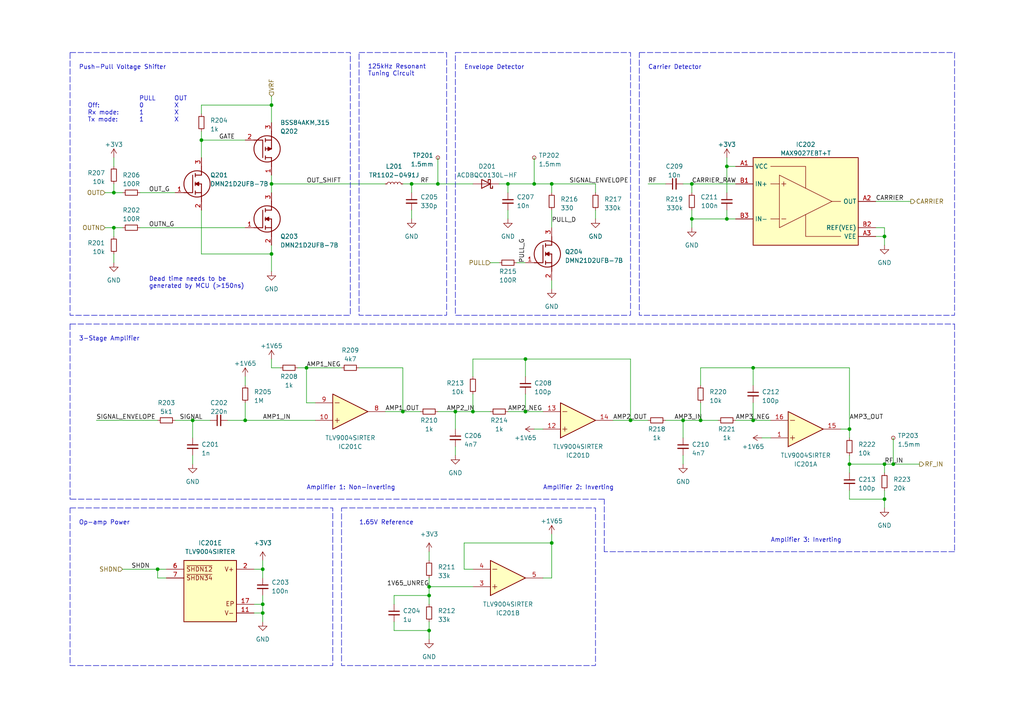
<source format=kicad_sch>
(kicad_sch (version 20231120) (generator "eeschema") (generator_version "8.0")
  (paper "A4")
  (title_block (title "RFID Transmitter Receiver") (date "2024-01-02") (rev "1"))
  (lib_symbols
    (symbol "Connector:TestPoint_Small" (pin_numbers hide) (pin_names (offset 0.762) hide)
      (property "Reference" "TP" (at 0 3.81 0))
      (property "Value" "TestPoint_Small" (at 0 2.032 0))
      (symbol "TestPoint_Small_0_1"
        (circle (center 0 0) (radius 0.508))
      )
      (symbol "TestPoint_Small_1_1"
        (pin passive line (at 0 0 90) (length 0) (name "1") (number "1"))
      )
    )
    (symbol "DMN21D2UFB-7B:DMN21D2UFB-7B" (pin_names hide)
      (property "Reference" "Q" (at 11.43 3.81 0))
      (property "Value" "DMN21D2UFB-7B" (at 11.43 1.27 0))
      (symbol "DMN21D2UFB-7B_1_1"
        (polyline (pts (xy 2.54 0) (xy 5.08 0)) (stroke (width 0.254)))
        (polyline (pts (xy 5.08 5.08) (xy 5.08 0)) (stroke (width 0.254)))
        (polyline (pts (xy 5.842 -0.508) (xy 5.842 0.508)) (stroke (width 0.254)))
        (polyline (pts (xy 5.842 0) (xy 7.62 0)) (stroke (width 0.254)))
        (polyline (pts (xy 5.842 2.032) (xy 5.842 3.048)) (stroke (width 0.254)))
        (polyline (pts (xy 5.842 5.588) (xy 5.842 4.572)) (stroke (width 0.254)))
        (polyline (pts (xy 7.62 2.54) (xy 5.842 2.54)) (stroke (width 0.254)))
        (polyline (pts (xy 7.62 2.54) (xy 7.62 -2.54)) (stroke (width 0.254)))
        (polyline (pts (xy 7.62 5.08) (xy 5.842 5.08)) (stroke (width 0.254)))
        (polyline (pts (xy 7.62 5.08) (xy 7.62 7.62)) (stroke (width 0.254)))
        (polyline (pts (xy 5.842 2.54) (xy 6.858 3.048) (xy 6.858 2.032) (xy 5.842 2.54)) (stroke (width 0.254)) (fill (type outline)))
        (circle (center 6.35 2.54) (radius 3.81) (stroke (width 0.254)))
        (pin passive line (at 0 0 0) (length 2.54) (name "G") (number "1"))
        (pin passive line (at 7.62 -5.08 90) (length 2.54) (name "S") (number "2"))
        (pin passive line (at 7.62 10.16 270) (length 2.54) (name "D") (number "3"))
      )
    )
    (symbol "DMP21D5UFB4-7B:DMP21D5UFB4-7B" (pin_names hide)
      (property "Reference" "Q" (at 11.43 3.81 0))
      (property "Value" "DMP21D5UFB4-7B" (at 11.43 1.27 0))
      (symbol "DMP21D5UFB4-7B_1_1"
        (polyline (pts (xy 2.54 0) (xy 5.08 0)) (stroke (width 0.254)))
        (polyline (pts (xy 5.08 5.08) (xy 5.08 0)) (stroke (width 0.254)))
        (polyline (pts (xy 5.842 -0.508) (xy 5.842 0.508)) (stroke (width 0.254)))
        (polyline (pts (xy 5.842 0) (xy 7.62 0)) (stroke (width 0.254)))
        (polyline (pts (xy 5.842 2.032) (xy 5.842 3.048)) (stroke (width 0.254)))
        (polyline (pts (xy 5.842 5.588) (xy 5.842 4.572)) (stroke (width 0.254)))
        (polyline (pts (xy 7.62 2.54) (xy 5.842 2.54)) (stroke (width 0.254)))
        (polyline (pts (xy 7.62 2.54) (xy 7.62 -2.54)) (stroke (width 0.254)))
        (polyline (pts (xy 7.62 5.08) (xy 5.842 5.08)) (stroke (width 0.254)))
        (polyline (pts (xy 7.62 5.08) (xy 7.62 7.62)) (stroke (width 0.254)))
        (polyline (pts (xy 7.62 2.54) (xy 6.604 3.048) (xy 6.604 2.032) (xy 7.62 2.54)) (stroke (width 0.254)) (fill (type outline)))
        (circle (center 6.35 2.54) (radius 3.81) (stroke (width 0.254)))
        (pin passive line (at 7.62 10.16 270) (length 2.54) (name "D") (number "1"))
        (pin passive line (at 0 0 0) (length 2.54) (name "G") (number "2"))
        (pin passive line (at 7.62 -5.08 90) (length 2.54) (name "S") (number "3"))
      )
    )
    (symbol "Device:C_Small" (pin_numbers hide) (pin_names (offset 0.254) hide)
      (property "Reference" "C" (at 0.254 1.778 0))
      (property "Value" "C_Small" (at 0.254 -2.032 0))
      (symbol "C_Small_0_1"
        (polyline (pts (xy -1.524 -0.508) (xy 1.524 -0.508)) (stroke (width 0.3302)))
        (polyline (pts (xy -1.524 0.508) (xy 1.524 0.508)) (stroke (width 0.3048)))
      )
      (symbol "C_Small_1_1"
        (pin passive line (at 0 2.54 270) (length 2.032) (name "~") (number "1"))
        (pin passive line (at 0 -2.54 90) (length 2.032) (name "~") (number "2"))
      )
    )
    (symbol "Device:R_Small" (pin_numbers hide) (pin_names (offset 0.254) hide)
      (property "Reference" "R" (at 0.762 0.508 0))
      (property "Value" "R_Small" (at 0.762 -1.016 0))
      (symbol "R_Small_0_1"
        (rectangle (start -0.762 1.778) (end 0.762 -1.778) (stroke (width 0.2032)))
      )
      (symbol "R_Small_1_1"
        (pin passive line (at 0 2.54 270) (length 0.762) (name "~") (number "1"))
        (pin passive line (at 0 -2.54 90) (length 0.762) (name "~") (number "2"))
      )
    )
    (symbol "MAX9027EBT+T:MAX9027EBT+T"
      (property "Reference" "IC" (at 0 17.78 0))
      (property "Value" "MAX9027EBT+T" (at 0 15.24 0))
      (symbol "MAX9027EBT+T_0_1"
        (polyline (pts (xy -7.62 -5.08) (xy -10.16 -5.08)))
        (polyline (pts (xy -7.62 5.08) (xy -10.16 5.08)))
        (polyline (pts (xy -6.985 -5.08) (xy -5.715 -5.08)))
        (polyline (pts (xy -6.985 5.08) (xy -5.715 5.08)))
        (polyline (pts (xy -6.35 5.715) (xy -6.35 4.445)))
        (polyline (pts (xy 7.62 0) (xy 10.16 0)))
        (polyline (pts (xy -10.16 10.16) (xy 0 10.16) (xy 0 3.81)))
        (polyline (pts (xy 0 -3.81) (xy 0 -10.16) (xy 10.16 -10.16)))
        (polyline (pts (xy -7.62 7.62) (xy -7.62 -7.62) (xy 7.62 0) (xy -7.62 7.62)))
      )
      (symbol "MAX9027EBT+T_1_1"
        (rectangle (start -15.24 12.7) (end 15.24 -12.7) (stroke (width 0.254)) (fill (type background)))
        (pin passive line (at -20.32 10.16 0) (length 5.08) (name "VCC") (number "A1"))
        (pin passive line (at 20.32 0 180) (length 5.08) (name "OUT") (number "A2"))
        (pin passive line (at 20.32 -10.16 180) (length 5.08) (name "VEE") (number "A3"))
        (pin passive line (at -20.32 5.08 0) (length 5.08) (name "IN+") (number "B1"))
        (pin passive line (at 20.32 -7.62 180) (length 5.08) (name "REF(VEE)") (number "B2"))
        (pin passive line (at -20.32 -5.08 0) (length 5.08) (name "IN-") (number "B3"))
      )
    )
    (symbol "TLV9004SIRTER:TLV9004SIRTER" (pin_names hide)
      (property "Reference" "IC" (at 0 10.16 0))
      (property "Value" "TLV9004SIRTER" (at 0 7.62 0))
      (symbol "TLV9004SIRTER_1_1"
        (polyline (pts (xy -4.445 -2.54) (xy -3.175 -2.54)))
        (polyline (pts (xy -4.445 2.54) (xy -3.175 2.54)))
        (polyline (pts (xy -3.81 3.175) (xy -3.81 1.905)))
        (polyline (pts (xy -5.08 5.08) (xy 5.08 0) (xy -5.08 -5.08) (xy -5.08 5.08)) (stroke (width 0.254)) (fill (type background)))
        (pin passive line (at -10.16 2.54 0) (length 5.08) (name "IN1+") (number "1"))
        (pin passive line (at 10.16 0 180) (length 5.08) (name "OUT1") (number "15"))
        (pin passive line (at -10.16 -2.54 0) (length 5.08) (name "IN1-") (number "16"))
      )
      (symbol "TLV9004SIRTER_2_1"
        (polyline (pts (xy -4.445 -2.54) (xy -3.175 -2.54)))
        (polyline (pts (xy -4.445 2.54) (xy -3.175 2.54)))
        (polyline (pts (xy -3.81 3.175) (xy -3.81 1.905)))
        (polyline (pts (xy -5.08 5.08) (xy 5.08 0) (xy -5.08 -5.08) (xy -5.08 5.08)) (stroke (width 0.254)) (fill (type background)))
        (pin passive line (at -10.16 2.54 0) (length 5.08) (name "IN2+") (number "3"))
        (pin passive line (at -10.16 -2.54 0) (length 5.08) (name "IN2-") (number "4"))
        (pin passive line (at 10.16 0 180) (length 5.08) (name "OUT2") (number "5"))
      )
      (symbol "TLV9004SIRTER_3_1"
        (polyline (pts (xy -4.445 -2.54) (xy -3.175 -2.54)))
        (polyline (pts (xy -4.445 2.54) (xy -3.175 2.54)))
        (polyline (pts (xy -3.81 3.175) (xy -3.81 1.905)))
        (polyline (pts (xy -5.08 5.08) (xy 5.08 0) (xy -5.08 -5.08) (xy -5.08 5.08)) (stroke (width 0.254)) (fill (type background)))
        (pin passive line (at -10.16 2.54 0) (length 5.08) (name "IN3+") (number "10"))
        (pin passive line (at 10.16 0 180) (length 5.08) (name "OUT3") (number "8"))
        (pin passive line (at -10.16 -2.54 0) (length 5.08) (name "IN3-") (number "9"))
      )
      (symbol "TLV9004SIRTER_4_1"
        (polyline (pts (xy -4.445 -2.54) (xy -3.175 -2.54)))
        (polyline (pts (xy -4.445 2.54) (xy -3.175 2.54)))
        (polyline (pts (xy -3.81 3.175) (xy -3.81 1.905)))
        (polyline (pts (xy -5.08 5.08) (xy 5.08 0) (xy -5.08 -5.08) (xy -5.08 5.08)) (stroke (width 0.254)) (fill (type background)))
        (pin passive line (at -10.16 2.54 0) (length 5.08) (name "IN4+") (number "12"))
        (pin passive line (at -10.16 -2.54 0) (length 5.08) (name "IN4-") (number "13"))
        (pin passive line (at 10.16 0 180) (length 5.08) (name "OUT4") (number "14"))
      )
      (symbol "TLV9004SIRTER_5_1"
        (rectangle (start -7.62 5.08) (end 7.62 -12.7) (stroke (width 0.254)) (fill (type background)))
        (text "EP" (at 7.073 -7.5004 0) (effects (font (size 1.27 1.27)) (justify right)))
        (text "V+" (at 6.985 2.54 0) (effects (font (size 1.27 1.27)) (justify right)))
        (text "V-" (at 6.985 -10.16 0) (effects (font (size 1.27 1.27)) (justify right)))
        (text "~{SHDN12}" (at -6.985 2.54 0) (effects (font (size 1.27 1.27)) (justify left)))
        (text "~{SHDN34}" (at -6.985 0 0) (effects (font (size 1.27 1.27)) (justify left)))
        (pin passive line (at 12.7 -10.16 180) (length 5.08) (name "V-") (number "11"))
        (pin passive line (at 12.7 -7.62 180) (length 5.08) (name "EP") (number "17"))
        (pin passive line (at 12.7 2.54 180) (length 5.08) (name "V+") (number "2"))
        (pin passive line (at -12.7 2.54 0) (length 5.08) (name "~{SHDN12}") (number "6"))
        (pin passive line (at -12.7 0 0) (length 5.08) (name "~{SHDN34}") (number "7"))
      )
    )
    (symbol "power:+3V3" (power) (pin_names (offset 0))
      (property "Value" "+3V3" (at 0 3.556 0))
      (symbol "+3V3_0_1"
        (polyline (pts (xy -0.762 1.27) (xy 0 2.54)))
        (polyline (pts (xy 0 0) (xy 0 2.54)))
        (polyline (pts (xy 0 2.54) (xy 0.762 1.27)))
      )
      (symbol "+3V3_1_1"
        (pin power_in line (at 0 0 90) (length 0) hide (name "+3V3") (number "1"))
      )
    )
    (symbol "power:GND" (power) (pin_names (offset 0))
      (property "Value" "GND" (at 0 -3.81 0))
      (symbol "GND_0_1"
        (polyline (pts (xy 0 0) (xy 0 -1.27) (xy 1.27 -1.27) (xy 0 -2.54) (xy -1.27 -1.27) (xy 0 -1.27)))
      )
      (symbol "GND_1_1"
        (pin power_in line (at 0 0 270) (length 0) hide (name "GND") (number "1"))
      )
    )
    (symbol "watch_symbols_lib:+1V65" (power) (pin_names (offset 0))
      (property "Value" "+1V65" (at 0 3.556 0))
      (symbol "+1V65_0_1"
        (polyline (pts (xy -0.762 1.27) (xy 0 2.54)))
        (polyline (pts (xy 0 0) (xy 0 2.54)))
        (polyline (pts (xy 0 2.54) (xy 0.762 1.27)))
      )
      (symbol "+1V65_1_1"
        (pin power_in line (at 0 0 90) (length 0) hide (name "+1V65") (number "1"))
      )
    )
    (symbol "watch_symbols_lib:ACDBQC0130L-HF" (pin_numbers hide) (pin_names (offset 1.016) hide)
      (property "Reference" "D" (at 0 2.54 0))
      (property "Value" "ACDBQC0130L-HF" (at 0 -2.54 0))
      (symbol "ACDBQC0130L-HF_0_1"
        (polyline (pts (xy 1.27 0) (xy -1.27 0)))
        (polyline (pts (xy 1.27 1.27) (xy 1.27 -1.27) (xy -1.27 0) (xy 1.27 1.27)) (stroke (width 0.254)))
        (polyline (pts (xy -1.905 0.635) (xy -1.905 1.27) (xy -1.27 1.27) (xy -1.27 -1.27) (xy -0.635 -1.27) (xy -0.635 -0.635)) (stroke (width 0.254)))
      )
      (symbol "ACDBQC0130L-HF_1_1"
        (pin passive line (at -3.81 0 0) (length 2.54) (name "K") (number "1"))
        (pin passive line (at 3.81 0 180) (length 2.54) (name "A") (number "2"))
      )
    )
    (symbol "watch_symbols_lib:TR1102-0491J" (pin_numbers hide) (pin_names (offset 0.254) hide)
      (property "Reference" "L" (at 0.762 1.016 0))
      (property "Value" "TR1102-0491J" (at 0.762 -1.016 0))
      (symbol "TR1102-0491J_0_1"
        (arc (start 0 -2.032) (mid 0.5058 -1.524) (end 0 -1.016))
        (arc (start 0 -1.016) (mid 0.5058 -0.508) (end 0 0))
        (arc (start 0 0) (mid 0.5058 0.508) (end 0 1.016))
        (arc (start 0 1.016) (mid 0.5058 1.524) (end 0 2.032))
      )
      (symbol "TR1102-0491J_1_1"
        (pin passive line (at 0 2.54 270) (length 0.508) (name "~") (number "1"))
        (pin passive line (at 0 -2.54 90) (length 0.508) (name "~") (number "2"))
      )
    )
  )
  (junction (at 246.38 134.62))
  (junction (at 78.74 53.34))
  (junction (at 160.02 157.48))
  (junction (at 78.74 73.66))
  (junction (at 256.54 134.62))
  (junction (at 246.38 124.46))
  (junction (at 152.4 119.38))
  (junction (at 124.46 170.18))
  (junction (at 210.82 63.5))
  (junction (at 147.32 53.34))
  (junction (at 33.02 66.04))
  (junction (at 137.16 119.38))
  (junction (at 152.4 104.14))
  (junction (at 116.84 119.38))
  (junction (at 58.42 40.64))
  (junction (at 88.9 106.68))
  (junction (at 182.88 121.92))
  (junction (at 127 53.34))
  (junction (at 200.66 63.5))
  (junction (at 256.54 144.78))
  (junction (at 119.38 53.34))
  (junction (at 124.46 182.88))
  (junction (at 124.46 172.72))
  (junction (at 76.2 177.8))
  (junction (at 160.02 53.34))
  (junction (at 203.2 121.92))
  (junction (at 198.12 121.92))
  (junction (at 256.54 68.58))
  (junction (at 76.2 175.26))
  (junction (at 210.82 48.26))
  (junction (at 218.44 121.92))
  (junction (at 218.44 106.68))
  (junction (at 33.02 55.88))
  (junction (at 78.74 30.48))
  (junction (at 71.12 121.92))
  (junction (at 45.72 165.1))
  (junction (at 132.08 119.38))
  (junction (at 200.66 53.34))
  (junction (at 154.94 53.34))
  (junction (at 76.2 165.1))
  (junction (at 55.88 121.92))
  (junction (at 259.08 134.62))
  (wire (pts (xy 76.2 165.1) (xy 76.2 167.64)))
  (wire (pts (xy 119.38 63.5) (xy 119.38 60.96)))
  (wire (pts (xy 182.88 121.92) (xy 187.96 121.92)))
  (wire (pts (xy 78.74 73.66) (xy 78.74 71.12)))
  (wire (pts (xy 142.24 76.2) (xy 144.78 76.2)))
  (wire (pts (xy 147.32 63.5) (xy 147.32 60.96)))
  (wire (pts (xy 119.38 53.34) (xy 127 53.34)))
  (wire (pts (xy 33.02 66.04) (xy 35.56 66.04)))
  (wire (pts (xy 152.4 104.14) (xy 182.88 104.14)))
  (wire (pts (xy 172.72 63.5) (xy 172.72 60.96)))
  (wire (pts (xy 116.84 119.38) (xy 121.92 119.38)))
  (wire (pts (xy 137.16 165.1) (xy 134.62 165.1)))
  (wire (pts (xy 259.08 127) (xy 259.08 134.62)))
  (wire (pts (xy 58.42 40.64) (xy 71.12 40.64)))
  (wire (pts (xy 254 66.04) (xy 256.54 66.04)))
  (wire (pts (xy 256.54 134.62) (xy 259.08 134.62)))
  (wire (pts (xy 218.44 106.68) (xy 246.38 106.68)))
  (wire (pts (xy 154.94 45.72) (xy 154.94 53.34)))
  (wire (pts (xy 33.02 68.58) (xy 33.02 66.04)))
  (wire (pts (xy 200.66 63.5) (xy 210.82 63.5)))
  (wire (pts (xy 88.9 106.68) (xy 88.9 116.84)))
  (wire (pts (xy 33.02 55.88) (xy 35.56 55.88)))
  (wire (pts (xy 71.12 121.92) (xy 91.44 121.92)))
  (wire (pts (xy 111.76 119.38) (xy 116.84 119.38)))
  (wire (pts (xy 147.32 53.34) (xy 147.32 55.88)))
  (wire (pts (xy 33.02 53.34) (xy 33.02 55.88)))
  (wire (pts (xy 66.04 121.92) (xy 71.12 121.92)))
  (wire (pts (xy 160.02 55.88) (xy 160.02 53.34)))
  (wire (pts (xy 154.94 124.46) (xy 157.48 124.46)))
  (polyline (pts (xy 276.86 93.98) (xy 276.86 160.02)) (stroke (width 0) (type dash)))
  (wire (pts (xy 124.46 167.64) (xy 124.46 170.18)))
  (polyline (pts (xy 276.86 160.02) (xy 175.26 160.02)) (stroke (width 0) (type dash)))
  (wire (pts (xy 256.54 134.62) (xy 246.38 134.62)))
  (wire (pts (xy 48.26 167.64) (xy 45.72 167.64)))
  (wire (pts (xy 134.62 165.1) (xy 134.62 157.48)))
  (wire (pts (xy 160.02 83.82) (xy 160.02 81.28)))
  (wire (pts (xy 154.94 53.34) (xy 160.02 53.34)))
  (wire (pts (xy 76.2 175.26) (xy 76.2 177.8)))
  (wire (pts (xy 58.42 30.48) (xy 78.74 30.48)))
  (wire (pts (xy 256.54 144.78) (xy 256.54 142.24)))
  (wire (pts (xy 124.46 172.72) (xy 124.46 175.26)))
  (wire (pts (xy 55.88 121.92) (xy 60.96 121.92)))
  (wire (pts (xy 114.3 172.72) (xy 124.46 172.72)))
  (wire (pts (xy 152.4 119.38) (xy 157.48 119.38)))
  (wire (pts (xy 210.82 60.96) (xy 210.82 63.5)))
  (wire (pts (xy 177.8 121.92) (xy 182.88 121.92)))
  (wire (pts (xy 104.14 106.68) (xy 116.84 106.68)))
  (wire (pts (xy 78.74 50.8) (xy 78.74 53.34)))
  (wire (pts (xy 30.48 66.04) (xy 33.02 66.04)))
  (wire (pts (xy 55.88 132.08) (xy 55.88 134.62)))
  (wire (pts (xy 210.82 63.5) (xy 213.36 63.5)))
  (wire (pts (xy 76.2 172.72) (xy 76.2 175.26)))
  (wire (pts (xy 256.54 71.12) (xy 256.54 68.58)))
  (wire (pts (xy 157.48 167.64) (xy 160.02 167.64)))
  (wire (pts (xy 152.4 104.14) (xy 152.4 109.22)))
  (wire (pts (xy 58.42 45.72) (xy 58.42 40.64)))
  (wire (pts (xy 137.16 119.38) (xy 137.16 114.3)))
  (wire (pts (xy 203.2 111.76) (xy 203.2 106.68)))
  (wire (pts (xy 142.24 119.38) (xy 137.16 119.38)))
  (wire (pts (xy 30.48 55.88) (xy 33.02 55.88)))
  (wire (pts (xy 147.32 119.38) (xy 152.4 119.38)))
  (wire (pts (xy 116.84 119.38) (xy 116.84 106.68)))
  (wire (pts (xy 198.12 53.34) (xy 200.66 53.34)))
  (wire (pts (xy 27.94 121.92) (xy 45.72 121.92)))
  (wire (pts (xy 76.2 165.1) (xy 73.66 165.1)))
  (wire (pts (xy 114.3 175.26) (xy 114.3 172.72)))
  (wire (pts (xy 220.98 127) (xy 223.52 127)))
  (wire (pts (xy 198.12 132.08) (xy 198.12 134.62)))
  (wire (pts (xy 160.02 157.48) (xy 160.02 167.64)))
  (wire (pts (xy 154.94 53.34) (xy 147.32 53.34)))
  (wire (pts (xy 160.02 53.34) (xy 172.72 53.34)))
  (wire (pts (xy 76.2 162.56) (xy 76.2 165.1)))
  (wire (pts (xy 210.82 45.72) (xy 210.82 48.26)))
  (wire (pts (xy 124.46 170.18) (xy 124.46 172.72)))
  (wire (pts (xy 127 119.38) (xy 132.08 119.38)))
  (wire (pts (xy 124.46 180.34) (xy 124.46 182.88)))
  (wire (pts (xy 127 53.34) (xy 137.16 53.34)))
  (wire (pts (xy 246.38 132.08) (xy 246.38 134.62)))
  (wire (pts (xy 71.12 109.22) (xy 71.12 111.76)))
  (wire (pts (xy 58.42 60.96) (xy 58.42 73.66)))
  (wire (pts (xy 160.02 154.94) (xy 160.02 157.48)))
  (wire (pts (xy 73.66 175.26) (xy 76.2 175.26)))
  (wire (pts (xy 203.2 121.92) (xy 203.2 116.84)))
  (wire (pts (xy 78.74 104.14) (xy 78.74 106.68)))
  (polyline (pts (xy 175.26 160.02) (xy 175.26 144.78)) (stroke (width 0) (type dash)))
  (wire (pts (xy 132.08 129.54) (xy 132.08 132.08)))
  (wire (pts (xy 50.8 121.92) (xy 55.88 121.92)))
  (wire (pts (xy 78.74 106.68) (xy 81.28 106.68)))
  (wire (pts (xy 149.86 76.2) (xy 152.4 76.2)))
  (wire (pts (xy 256.54 144.78) (xy 256.54 147.32)))
  (wire (pts (xy 246.38 144.78) (xy 256.54 144.78)))
  (polyline (pts (xy 20.32 93.98) (xy 276.86 93.98)) (stroke (width 0) (type dash)))
  (polyline (pts (xy 20.32 93.98) (xy 20.32 144.78)) (stroke (width 0) (type dash)))
  (wire (pts (xy 203.2 121.92) (xy 208.28 121.92)))
  (wire (pts (xy 213.36 121.92) (xy 218.44 121.92)))
  (wire (pts (xy 88.9 116.84) (xy 91.44 116.84)))
  (wire (pts (xy 114.3 180.34) (xy 114.3 182.88)))
  (wire (pts (xy 218.44 121.92) (xy 218.44 116.84)))
  (wire (pts (xy 200.66 66.04) (xy 200.66 63.5)))
  (wire (pts (xy 137.16 104.14) (xy 152.4 104.14)))
  (wire (pts (xy 116.84 53.34) (xy 119.38 53.34)))
  (wire (pts (xy 144.78 53.34) (xy 147.32 53.34)))
  (wire (pts (xy 182.88 104.14) (xy 182.88 121.92)))
  (wire (pts (xy 124.46 182.88) (xy 124.46 185.42)))
  (wire (pts (xy 172.72 55.88) (xy 172.72 53.34)))
  (wire (pts (xy 114.3 182.88) (xy 124.46 182.88)))
  (wire (pts (xy 152.4 119.38) (xy 152.4 114.3)))
  (wire (pts (xy 203.2 106.68) (xy 218.44 106.68)))
  (wire (pts (xy 127 45.72) (xy 127 53.34)))
  (wire (pts (xy 35.56 165.1) (xy 45.72 165.1)))
  (wire (pts (xy 256.54 68.58) (xy 254 68.58)))
  (wire (pts (xy 256.54 137.16) (xy 256.54 134.62)))
  (wire (pts (xy 124.46 170.18) (xy 137.16 170.18)))
  (wire (pts (xy 55.88 121.92) (xy 55.88 127)))
  (wire (pts (xy 134.62 157.48) (xy 160.02 157.48)))
  (wire (pts (xy 132.08 119.38) (xy 132.08 124.46)))
  (wire (pts (xy 86.36 106.68) (xy 88.9 106.68)))
  (wire (pts (xy 73.66 177.8) (xy 76.2 177.8)))
  (wire (pts (xy 246.38 106.68) (xy 246.38 124.46)))
  (wire (pts (xy 45.72 167.64) (xy 45.72 165.1)))
  (wire (pts (xy 187.96 53.34) (xy 193.04 53.34)))
  (wire (pts (xy 193.04 121.92) (xy 198.12 121.92)))
  (wire (pts (xy 124.46 160.02) (xy 124.46 162.56)))
  (wire (pts (xy 200.66 55.88) (xy 200.66 53.34)))
  (wire (pts (xy 246.38 142.24) (xy 246.38 144.78)))
  (wire (pts (xy 78.74 78.74) (xy 78.74 73.66)))
  (wire (pts (xy 78.74 27.94) (xy 78.74 30.48)))
  (wire (pts (xy 40.64 66.04) (xy 71.12 66.04)))
  (wire (pts (xy 198.12 121.92) (xy 203.2 121.92)))
  (wire (pts (xy 33.02 76.2) (xy 33.02 73.66)))
  (wire (pts (xy 78.74 53.34) (xy 111.76 53.34)))
  (wire (pts (xy 58.42 33.02) (xy 58.42 30.48)))
  (wire (pts (xy 137.16 109.22) (xy 137.16 104.14)))
  (wire (pts (xy 200.66 60.96) (xy 200.66 63.5)))
  (wire (pts (xy 246.38 134.62) (xy 246.38 137.16)))
  (wire (pts (xy 198.12 121.92) (xy 198.12 127)))
  (wire (pts (xy 132.08 119.38) (xy 137.16 119.38)))
  (polyline (pts (xy 175.26 144.78) (xy 20.32 144.78)) (stroke (width 0) (type dash)))
  (wire (pts (xy 99.06 106.68) (xy 88.9 106.68)))
  (wire (pts (xy 256.54 66.04) (xy 256.54 68.58)))
  (wire (pts (xy 76.2 177.8) (xy 76.2 180.34)))
  (wire (pts (xy 218.44 121.92) (xy 223.52 121.92)))
  (wire (pts (xy 78.74 30.48) (xy 78.74 35.56)))
  (wire (pts (xy 210.82 48.26) (xy 210.82 55.88)))
  (wire (pts (xy 160.02 60.96) (xy 160.02 66.04)))
  (wire (pts (xy 58.42 73.66) (xy 78.74 73.66)))
  (wire (pts (xy 254 58.42) (xy 264.16 58.42)))
  (wire (pts (xy 40.64 55.88) (xy 50.8 55.88)))
  (wire (pts (xy 243.84 124.46) (xy 246.38 124.46)))
  (wire (pts (xy 45.72 165.1) (xy 48.26 165.1)))
  (wire (pts (xy 259.08 134.62) (xy 266.7 134.62)))
  (wire (pts (xy 71.12 116.84) (xy 71.12 121.92)))
  (wire (pts (xy 78.74 53.34) (xy 78.74 55.88)))
  (wire (pts (xy 246.38 124.46) (xy 246.38 127)))
  (wire (pts (xy 200.66 53.34) (xy 213.36 53.34)))
  (wire (pts (xy 218.44 106.68) (xy 218.44 111.76)))
  (wire (pts (xy 210.82 48.26) (xy 213.36 48.26)))
  (wire (pts (xy 58.42 38.1) (xy 58.42 40.64)))
  (wire (pts (xy 119.38 53.34) (xy 119.38 55.88)))
  (wire (pts (xy 33.02 45.72) (xy 33.02 48.26)))
  (rectangle (start 132.08 15.24) (end 182.88 91.44) (stroke (width 0) (type dash)))
  (rectangle (start 104.14 15.24) (end 129.54 91.44) (stroke (width 0) (type dash)))
  (rectangle (start 185.42 15.24) (end 276.86 91.44) (stroke (width 0) (type dash)))
  (rectangle (start 20.32 15.24) (end 101.6 91.44) (stroke (width 0) (type dash)))
  (rectangle (start 20.32 147.32) (end 96.52 193.04) (stroke (width 0) (type dash)))
  (rectangle (start 99.06 147.32) (end 172.72 193.04) (stroke (width 0) (type dash)))
  (text "Amplifier 3: Inverting" (at 223.52 157.48 0) (effects (font (size 1.27 1.27)) (justify left bottom)))
  (text "Carrier Detector" (at 187.96 20.32 0) (effects (font (size 1.27 1.27)) (justify left bottom)))
  (text "Op-amp Power" (at 22.86 152.4 0) (effects (font (size 1.27 1.27)) (justify left bottom)))
  (text "Push-Pull Voltage Shifter" (at 22.86 20.32 0) (effects (font (size 1.27 1.27)) (justify left bottom)))
  (text "3-Stage Amplifier" (at 22.86 99.06 0) (effects (font (size 1.27 1.27)) (justify left bottom)))
  (text "Amplifier 1: Non-inverting" (at 88.9 142.24 0) (effects (font (size 1.27 1.27)) (justify left bottom)))
  (text "125kHz Resonant\nTuning Circuit" (at 106.68 22.225 0) (effects (font (size 1.27 1.27)) (justify left bottom)))
  (text "Envelope Detector" (at 134.62 20.32 0) (effects (font (size 1.27 1.27)) (justify left bottom)))
  (text "Amplifier 2: Inverting" (at 157.48 142.24 0) (effects (font (size 1.27 1.27)) (justify left bottom)))
  (text "			PULL	OUT\nOff:		0		X		\nRx mode: 	1		X\nTx mode:	1		X" (at 25.4 35.56 0) (effects (font (size 1.27 1.27)) (justify left bottom)))
  (text "Dead time needs to be\ngenerated by MCU (>150ns)" (at 43.18 83.82 0) (effects (font (size 1.27 1.27)) (justify left bottom)))
  (text "1.65V Reference" (at 104.14 152.4 0) (effects (font (size 1.27 1.27)) (justify left bottom)))
  (label "CARRIER" (at 254 58.42 0))
  (label "1V65_UNREG" (at 124.46 170.18 180))
  (label "AMP3_OUT" (at 246.38 121.92 0))
  (label "AMP3_IN" (at 195.58 121.92 0))
  (label "AMP2_NEG" (at 147.32 119.38 0))
  (label "AMP3_NEG" (at 213.36 121.92 0))
  (label "GATE" (at 63.5 40.64 0))
  (label "SHDN" (at 38.1 165.1 0))
  (label "RF" (at 187.96 53.34 0))
  (label "OUT_SHIFT" (at 88.9 53.34 0))
  (label "AMP1_IN" (at 76.2 121.92 0))
  (label "SIGNAL" (at 52.07 121.92 0))
  (label "CARRIER_RAW" (at 200.66 53.34 0))
  (label "PULL_D" (at 160.02 64.77 0))
  (label "SIGNAL_ENVELOPE" (at 165.1 53.34 0))
  (label "AMP1_NEG" (at 88.9 106.68 0))
  (label "OUT_G" (at 43.18 55.88 0))
  (label "AMP2_OUT" (at 177.8 121.92 0))
  (label "PULL_G" (at 152.4 76.2 90))
  (label "AMP2_IN" (at 129.54 119.38 0))
  (label "RF_IN" (at 256.54 134.62 0))
  (label "SIGNAL_ENVELOPE" (at 27.94 121.92 0))
  (label "OUTN_G" (at 43.18 66.04 0))
  (label "RF" (at 121.92 53.34 0))
  (label "AMP1_OUT" (at 111.76 119.38 0))
  (hierarchical_label "CARRIER" (shape output) (at 264.16 58.42 0))
  (hierarchical_label "OUTN" (shape input) (at 30.48 66.04 180))
  (hierarchical_label "SHDN" (shape input) (at 35.56 165.1 180))
  (hierarchical_label "VRF" (shape input) (at 78.74 27.94 90))
  (hierarchical_label "RF_IN" (shape output) (at 266.7 134.62 0))
  (hierarchical_label "OUT" (shape input) (at 30.48 55.88 180))
  (hierarchical_label "PULL" (shape input) (at 142.24 76.2 180))
  (symbol (lib_id "DMN21D2UFB-7B:DMN21D2UFB-7B") (at 152.4 76.2 0) (unit 1)
    (property "Reference" "Q204" (at 163.83 73.025 0) (effects (justify left)))
    (property "Value" "DMN21D2UFB-7B" (at 163.83 75.565 0) (effects (justify left)))
    (property "Footprint" "watch_footprints:DMN21D2UFB7B" (effects (hide yes)))
    (property "Datasheet" "https://componentsearchengine.com/Datasheets/1/DMN21D2UFB-7B.pdf" (effects (hide yes)))
    (property "Height" "0.53" (effects (hide yes)))
    (property "Mouser Part Number" "621-DMN21D2UFB-7B" (effects (hide yes)))
    (property "Manufacturer_Name" "Diodes Incorporated" (effects (hide yes)))
    (property "Manufacturer_Part_Number" "DMN21D2UFB-7B" (effects (hide yes)))
    (instances (project "rfid_module" (path "" (reference "Q204") (unit 1))) (project "watch_main" (path "" (reference "Q1704") (unit 1))))
  )
  (symbol (lib_id "Connector:TestPoint_Small") (at 259.08 127 0) (unit 1)
    (property "Reference" "TP203" (at 260.35 126.365 0) (effects (justify left)))
    (property "Value" "1.5mm" (at 260.35 128.905 0) (effects (justify left)))
    (property "Footprint" "TestPoint:TestPoint_Pad_D1.5mm" (effects (hide yes)))
    (instances (project "rfid_module" (path "" (reference "TP203") (unit 1))) (project "watch_main" (path "" (reference "TP804") (unit 1)) (path "" (reference "TP1703") (unit 1))))
  )
  (symbol (lib_id "power:GND") (at 119.38 63.5 0) (unit 1)
    (property "Reference" "#PWR0210" (effects (hide yes)))
    (property "Value" "GND" (at 119.38 68.58 0))
    (instances (project "rfid_module" (path "" (reference "#PWR0210") (unit 1))) (project "watch_main" (path "" (reference "#PWR01710") (unit 1))))
  )
  (symbol (lib_id "power:GND") (at 256.54 147.32 0) (unit 1)
    (property "Reference" "#PWR0224" (effects (hide yes)))
    (property "Value" "GND" (at 256.54 152.4 0))
    (instances (project "rfid_module" (path "" (reference "#PWR0224") (unit 1))) (project "watch_main" (path "" (reference "#PWR01724") (unit 1))))
  )
  (symbol (lib_id "Device:R_Small") (at 48.26 121.92 90) (unit 1)
    (property "Reference" "R203" (at 48.26 116.84 90))
    (property "Value" "5k1" (at 48.26 119.38 90))
    (property "Footprint" "Resistor_SMD:R_0402_1005Metric" (effects (hide yes)))
    (instances (project "rfid_module" (path "" (reference "R203") (unit 1))) (project "watch_main" (path "" (reference "R1703") (unit 1))))
  )
  (symbol (lib_id "DMN21D2UFB-7B:DMN21D2UFB-7B") (at 50.8 55.88 0) (unit 1)
    (property "Reference" "Q201" (at 60.96 50.8 0) (effects (justify left)))
    (property "Value" "DMN21D2UFB-7B" (at 60.96 53.34 0) (effects (justify left)))
    (property "Footprint" "watch_footprints:DMN21D2UFB7B" (effects (hide yes)))
    (property "Datasheet" "https://componentsearchengine.com/Datasheets/1/DMN21D2UFB-7B.pdf" (effects (hide yes)))
    (property "Height" "0.53" (effects (hide yes)))
    (property "Mouser Part Number" "621-DMN21D2UFB-7B" (effects (hide yes)))
    (property "Manufacturer_Name" "Diodes Incorporated" (effects (hide yes)))
    (property "Manufacturer_Part_Number" "DMN21D2UFB-7B" (effects (hide yes)))
    (instances (project "rfid_module" (path "" (reference "Q201") (unit 1))) (project "watch_main" (path "" (reference "Q1701") (unit 1))))
  )
  (symbol (lib_id "Device:C_Small") (at 198.12 129.54 0) (unit 1)
    (property "Reference" "C210" (at 200.66 128.9113 0) (effects (justify left)))
    (property "Value" "4n7" (at 200.66 131.4513 0) (effects (justify left)))
    (property "Footprint" "Capacitor_SMD:C_0402_1005Metric" (effects (hide yes)))
    (instances (project "rfid_module" (path "" (reference "C210") (unit 1))) (project "watch_main" (path "" (reference "C1710") (unit 1))))
  )
  (symbol (lib_id "Device:R_Small") (at 38.1 55.88 90) (unit 1)
    (property "Reference" "R206" (at 38.1 50.8 90))
    (property "Value" "100R" (at 38.1 53.34 90))
    (property "Footprint" "Resistor_SMD:R_0402_1005Metric" (effects (hide yes)))
    (instances (project "rfid_module" (path "" (reference "R206") (unit 1))) (project "watch_main" (path "" (reference "R1702") (unit 1))))
  )
  (symbol (lib_id "Device:R_Small") (at 160.02 58.42 180) (unit 1)
    (property "Reference" "R216" (at 162.56 57.785 0) (effects (justify right)))
    (property "Value" "330" (at 162.56 60.325 0) (effects (justify right)))
    (property "Footprint" "Resistor_SMD:R_0402_1005Metric" (effects (hide yes)))
    (instances (project "rfid_module" (path "" (reference "R216") (unit 1))) (project "watch_main" (path "" (reference "R1716") (unit 1))))
  )
  (symbol (lib_id "DMN21D2UFB-7B:DMN21D2UFB-7B") (at 71.12 66.04 0) (unit 1)
    (property "Reference" "Q203" (at 81.28 68.58 0) (effects (justify left)))
    (property "Value" "DMN21D2UFB-7B" (at 81.28 71.12 0) (effects (justify left)))
    (property "Footprint" "watch_footprints:DMN21D2UFB7B" (effects (hide yes)))
    (property "Datasheet" "https://componentsearchengine.com/Datasheets/1/DMN21D2UFB-7B.pdf" (effects (hide yes)))
    (property "Height" "0.53" (effects (hide yes)))
    (property "Mouser Part Number" "621-DMN21D2UFB-7B" (effects (hide yes)))
    (property "Manufacturer_Name" "Diodes Incorporated" (effects (hide yes)))
    (property "Manufacturer_Part_Number" "DMN21D2UFB-7B" (effects (hide yes)))
    (instances (project "rfid_module" (path "" (reference "Q203") (unit 1))) (project "watch_main" (path "" (reference "Q1703") (unit 1))))
  )
  (symbol (lib_id "watch_symbols_lib:+1V65") (at 160.02 154.94 0) (unit 1)
    (property "Reference" "#PWR0217" (effects (hide yes)))
    (property "Value" "+1V65" (at 160.02 151.13 0))
    (instances (project "rfid_module" (path "" (reference "#PWR0217") (unit 1))) (project "watch_main" (path "" (reference "#PWR01717") (unit 1))))
  )
  (symbol (lib_id "Device:C_Small") (at 76.2 170.18 0) (unit 1)
    (property "Reference" "C203" (at 78.74 168.9163 0) (effects (justify left)))
    (property "Value" "100n" (at 78.74 171.4563 0) (effects (justify left)))
    (property "Footprint" "Capacitor_SMD:C_0402_1005Metric" (effects (hide yes)))
    (instances (project "rfid_module" (path "" (reference "C203") (unit 1))) (project "watch_main" (path "" (reference "C1703") (unit 1))))
  )
  (symbol (lib_id "Device:C_Small") (at 218.44 114.3 0) (unit 1)
    (property "Reference" "C212" (at 220.98 113.6713 0) (effects (justify left)))
    (property "Value" "100p" (at 220.98 116.2113 0) (effects (justify left)))
    (property "Footprint" "Capacitor_SMD:C_0402_1005Metric" (effects (hide yes)))
    (instances (project "rfid_module" (path "" (reference "C212") (unit 1))) (project "watch_main" (path "" (reference "C1712") (unit 1))))
  )
  (symbol (lib_id "power:+3V3") (at 124.46 160.02 0) (unit 1)
    (property "Reference" "#PWR0211" (effects (hide yes)))
    (property "Value" "+3V3" (at 124.46 154.94 0))
    (instances (project "rfid_module" (path "" (reference "#PWR0211") (unit 1))) (project "watch_main" (path "" (reference "#PWR0226") (unit 1)) (path "" (reference "#PWR01711") (unit 1))))
  )
  (symbol (lib_id "power:GND") (at 147.32 63.5 0) (unit 1)
    (property "Reference" "#PWR0214" (effects (hide yes)))
    (property "Value" "GND" (at 147.32 68.58 0))
    (instances (project "rfid_module" (path "" (reference "#PWR0214") (unit 1))) (project "watch_main" (path "" (reference "#PWR01714") (unit 1))))
  )
  (symbol (lib_id "Device:R_Small") (at 33.02 71.12 0) (mirror x) (unit 1)
    (property "Reference" "R201" (at 30.48 70.485 0) (effects (justify right)))
    (property "Value" "10k" (at 30.48 73.025 0) (effects (justify right)))
    (property "Footprint" "Resistor_SMD:R_0402_1005Metric" (effects (hide yes)))
    (instances (project "rfid_module" (path "" (reference "R201") (unit 1))) (project "watch_main" (path "" (reference "R1701") (unit 1))))
  )
  (symbol (lib_id "Device:R_Small") (at 147.32 76.2 90) (mirror x) (unit 1)
    (property "Reference" "R215" (at 147.32 78.74 90))
    (property "Value" "100R" (at 147.32 81.28 90))
    (property "Footprint" "Resistor_SMD:R_0402_1005Metric" (effects (hide yes)))
    (instances (project "rfid_module" (path "" (reference "R215") (unit 1))) (project "watch_main" (path "" (reference "R1715") (unit 1))))
  )
  (symbol (lib_id "Device:R_Small") (at 83.82 106.68 90) (mirror x) (unit 1)
    (property "Reference" "R208" (at 83.82 109.22 90))
    (property "Value" "1k" (at 83.82 111.76 90))
    (property "Footprint" "Resistor_SMD:R_0402_1005Metric" (effects (hide yes)))
    (instances (project "rfid_module" (path "" (reference "R208") (unit 1))) (project "watch_main" (path "" (reference "R1708") (unit 1))))
  )
  (symbol (lib_id "Device:R_Small") (at 256.54 139.7 0) (unit 1)
    (property "Reference" "R223" (at 259.08 139.065 0) (effects (justify left)))
    (property "Value" "20k" (at 259.08 141.605 0) (effects (justify left)))
    (property "Footprint" "Resistor_SMD:R_0402_1005Metric" (effects (hide yes)))
    (instances (project "rfid_module" (path "" (reference "R223") (unit 1))) (project "watch_main" (path "" (reference "R1723") (unit 1))))
  )
  (symbol (lib_id "Device:C_Small") (at 63.5 121.92 90) (unit 1)
    (property "Reference" "C202" (at 63.5063 116.84 90))
    (property "Value" "220n" (at 63.5063 119.38 90))
    (property "Footprint" "Capacitor_SMD:C_0402_1005Metric" (effects (hide yes)))
    (instances (project "rfid_module" (path "" (reference "C202") (unit 1))) (project "watch_main" (path "" (reference "C1702") (unit 1))))
  )
  (symbol (lib_id "Device:C_Small") (at 152.4 111.76 0) (unit 1)
    (property "Reference" "C208" (at 154.94 111.1313 0) (effects (justify left)))
    (property "Value" "100p" (at 154.94 113.6713 0) (effects (justify left)))
    (property "Footprint" "Capacitor_SMD:C_0402_1005Metric" (effects (hide yes)))
    (instances (project "rfid_module" (path "" (reference "C208") (unit 1))) (project "watch_main" (path "" (reference "C1708") (unit 1))))
  )
  (symbol (lib_id "Device:C_Small") (at 132.08 127 0) (unit 1)
    (property "Reference" "C206" (at 134.62 126.3713 0) (effects (justify left)))
    (property "Value" "4n7" (at 134.62 128.9113 0) (effects (justify left)))
    (property "Footprint" "Capacitor_SMD:C_0402_1005Metric" (effects (hide yes)))
    (instances (project "rfid_module" (path "" (reference "C206") (unit 1))) (project "watch_main" (path "" (reference "C1706") (unit 1))))
  )
  (symbol (lib_id "Device:R_Small") (at 144.78 119.38 90) (unit 1)
    (property "Reference" "R214" (at 144.78 121.92 90))
    (property "Value" "1k" (at 144.78 124.46 90))
    (property "Footprint" "Resistor_SMD:R_0402_1005Metric" (effects (hide yes)))
    (instances (project "rfid_module" (path "" (reference "R214") (unit 1))) (project "watch_main" (path "" (reference "R1714") (unit 1))))
  )
  (symbol (lib_id "Device:C_Small") (at 210.82 58.42 0) (mirror y) (unit 1)
    (property "Reference" "C211" (at 208.28 57.1563 0) (effects (justify left)))
    (property "Value" "100n" (at 208.28 59.6963 0) (effects (justify left)))
    (property "Footprint" "Capacitor_SMD:C_0402_1005Metric" (effects (hide yes)))
    (instances (project "rfid_module" (path "" (reference "C211") (unit 1))) (project "watch_main" (path "" (reference "C1711") (unit 1))))
  )
  (symbol (lib_id "Device:R_Small") (at 71.12 114.3 180) (unit 1)
    (property "Reference" "R205" (at 73.66 113.665 0) (effects (justify right)))
    (property "Value" "1M" (at 73.66 116.205 0) (effects (justify right)))
    (property "Footprint" "Resistor_SMD:R_0402_1005Metric" (effects (hide yes)))
    (instances (project "rfid_module" (path "" (reference "R205") (unit 1))) (project "watch_main" (path "" (reference "R1705") (unit 1))))
  )
  (symbol (lib_id "Device:R_Small") (at 58.42 35.56 180) (unit 1)
    (property "Reference" "R204" (at 60.96 34.925 0) (effects (justify right)))
    (property "Value" "1k" (at 60.96 37.465 0) (effects (justify right)))
    (property "Footprint" "Resistor_SMD:R_0402_1005Metric" (effects (hide yes)))
    (instances (project "rfid_module" (path "" (reference "R204") (unit 1))) (project "watch_main" (path "" (reference "R1704") (unit 1))))
  )
  (symbol (lib_id "Connector:TestPoint_Small") (at 127 45.72 0) (mirror y) (unit 1)
    (property "Reference" "TP201" (at 125.73 45.085 0) (effects (justify left)))
    (property "Value" "1.5mm" (at 125.73 47.625 0) (effects (justify left)))
    (property "Footprint" "TestPoint:TestPoint_Pad_D1.5mm" (effects (hide yes)))
    (instances (project "rfid_module" (path "" (reference "TP201") (unit 1))) (project "watch_main" (path "" (reference "TP804") (unit 1)) (path "" (reference "TP1702") (unit 1))))
  )
  (symbol (lib_id "Device:R_Small") (at 172.72 58.42 180) (unit 1)
    (property "Reference" "R217" (at 175.26 57.785 0) (effects (justify right)))
    (property "Value" "330k" (at 175.26 60.325 0) (effects (justify right)))
    (property "Footprint" "Resistor_SMD:R_0402_1005Metric" (effects (hide yes)))
    (instances (project "rfid_module" (path "" (reference "R217") (unit 1))) (project "watch_main" (path "" (reference "R1717") (unit 1))))
  )
  (symbol (lib_id "Device:R_Small") (at 101.6 106.68 90) (unit 1)
    (property "Reference" "R209" (at 101.6 101.6 90))
    (property "Value" "4k7" (at 101.6 104.14 90))
    (property "Footprint" "Resistor_SMD:R_0402_1005Metric" (effects (hide yes)))
    (instances (project "rfid_module" (path "" (reference "R209") (unit 1))) (project "watch_main" (path "" (reference "R1709") (unit 1))))
  )
  (symbol (lib_id "Device:R_Small") (at 124.46 119.38 90) (mirror x) (unit 1)
    (property "Reference" "R210" (at 124.46 121.92 90))
    (property "Value" "1k" (at 124.46 124.46 90))
    (property "Footprint" "Resistor_SMD:R_0402_1005Metric" (effects (hide yes)))
    (instances (project "rfid_module" (path "" (reference "R210") (unit 1))) (project "watch_main" (path "" (reference "R1710") (unit 1))))
  )
  (symbol (lib_id "Device:R_Small") (at 137.16 111.76 0) (mirror y) (unit 1)
    (property "Reference" "R213" (at 134.62 111.125 0) (effects (justify left)))
    (property "Value" "10k" (at 134.62 113.665 0) (effects (justify left)))
    (property "Footprint" "Resistor_SMD:R_0402_1005Metric" (effects (hide yes)))
    (instances (project "rfid_module" (path "" (reference "R213") (unit 1))) (project "watch_main" (path "" (reference "R1713") (unit 1))))
  )
  (symbol (lib_id "Connector:TestPoint_Small") (at 154.94 45.72 0) (unit 1)
    (property "Reference" "TP202" (at 156.21 45.085 0) (effects (justify left)))
    (property "Value" "1.5mm" (at 156.21 47.625 0) (effects (justify left)))
    (property "Footprint" "TestPoint:TestPoint_Pad_D1.5mm" (effects (hide yes)))
    (instances (project "rfid_module" (path "" (reference "TP202") (unit 1))) (project "watch_main" (path "" (reference "TP804") (unit 1)) (path "" (reference "TP1701") (unit 1))))
  )
  (symbol (lib_id "Device:R_Small") (at 210.82 121.92 90) (unit 1)
    (property "Reference" "R221" (at 210.82 124.46 90))
    (property "Value" "1k" (at 210.82 127 90))
    (property "Footprint" "Resistor_SMD:R_0402_1005Metric" (effects (hide yes)))
    (instances (project "rfid_module" (path "" (reference "R221") (unit 1))) (project "watch_main" (path "" (reference "R1721") (unit 1))))
  )
  (symbol (lib_id "Device:R_Small") (at 203.2 114.3 0) (unit 1)
    (property "Reference" "R220" (at 205.74 113.665 0) (effects (justify left)))
    (property "Value" "10k" (at 205.74 116.205 0) (effects (justify left)))
    (property "Footprint" "Resistor_SMD:R_0402_1005Metric" (effects (hide yes)))
    (instances (project "rfid_module" (path "" (reference "R220") (unit 1))) (project "watch_main" (path "" (reference "R1720") (unit 1))))
  )
  (symbol (lib_id "power:GND") (at 160.02 83.82 0) (unit 1)
    (property "Reference" "#PWR0216" (effects (hide yes)))
    (property "Value" "GND" (at 160.02 88.9 0))
    (instances (project "rfid_module" (path "" (reference "#PWR0216") (unit 1))) (project "watch_main" (path "" (reference "#PWR01716") (unit 1))))
  )
  (symbol (lib_id "watch_symbols_lib:+1V65") (at 78.74 104.14 0) (unit 1)
    (property "Reference" "#PWR0209" (effects (hide yes)))
    (property "Value" "+1V65" (at 78.74 100.33 0))
    (instances (project "rfid_module" (path "" (reference "#PWR0209") (unit 1))) (project "watch_main" (path "" (reference "#PWR01709") (unit 1))))
  )
  (symbol (lib_id "Device:C_Small") (at 114.3 177.8 0) (unit 1)
    (property "Reference" "C204" (at 116.84 177.1713 0) (effects (justify left)))
    (property "Value" "1u" (at 116.84 179.7113 0) (effects (justify left)))
    (property "Footprint" "Capacitor_SMD:C_0402_1005Metric" (effects (hide yes)))
    (instances (project "rfid_module" (path "" (reference "C204") (unit 1))) (project "watch_main" (path "" (reference "C1704") (unit 1))))
  )
  (symbol (lib_id "power:GND") (at 76.2 180.34 0) (unit 1)
    (property "Reference" "#PWR0207" (effects (hide yes)))
    (property "Value" "GND" (at 76.2 185.42 0))
    (instances (project "rfid_module" (path "" (reference "#PWR0207") (unit 1))) (project "watch_main" (path "" (reference "#PWR01707") (unit 1))))
  )
  (symbol (lib_id "power:GND") (at 33.02 76.2 0) (unit 1)
    (property "Reference" "#PWR0201" (effects (hide yes)))
    (property "Value" "GND" (at 33.02 81.28 0))
    (instances (project "rfid_module" (path "" (reference "#PWR0201") (unit 1))) (project "watch_main" (path "" (reference "#PWR01701") (unit 1))))
  )
  (symbol (lib_id "TLV9004SIRTER:TLV9004SIRTER") (at 101.6 119.38 0) (mirror x) (unit 3)
    (property "Reference" "IC201" (at 101.6 129.54 0))
    (property "Value" "TLV9004SIRTER" (at 101.6 127 0))
    (property "Footprint" "watch_footprints:QFN50P300X300X80-17N-D" (effects (hide yes)))
    (property "Datasheet" "http://www.ti.com/lit/gpn/tlv9004" (effects (hide yes)))
    (property "Height" "0.8" (effects (hide yes)))
    (property "Mouser Part Number" "595-TLV9004SIRTER" (effects (hide yes)))
    (property "Mouser Price/Stock" "https://www.mouser.co.uk/ProductDetail/Texas-Instruments/TLV9004SIRTER?qs=byeeYqUIh0P0b6lIyMN1Wg%3D%3D" (effects (hide yes)))
    (property "Manufacturer_Name" "Texas Instruments" (effects (hide yes)))
    (property "Manufacturer_Part_Number" "TLV9004SIRTER" (effects (hide yes)))
    (instances (project "rfid_module" (path "" (reference "IC201") (unit 3))) (project "watch_main" (path "" (reference "IC1701") (unit 3))))
  )
  (symbol (lib_id "power:GND") (at 172.72 63.5 0) (unit 1)
    (property "Reference" "#PWR0218" (effects (hide yes)))
    (property "Value" "GND" (at 172.72 68.58 0))
    (instances (project "rfid_module" (path "" (reference "#PWR0218") (unit 1))) (project "watch_main" (path "" (reference "#PWR01718") (unit 1))))
  )
  (symbol (lib_id "power:GND") (at 124.46 185.42 0) (unit 1)
    (property "Reference" "#PWR0212" (effects (hide yes)))
    (property "Value" "GND" (at 124.46 190.5 0))
    (instances (project "rfid_module" (path "" (reference "#PWR0212") (unit 1))) (project "watch_main" (path "" (reference "#PWR01712") (unit 1))))
  )
  (symbol (lib_id "Device:R_Small") (at 246.38 129.54 0) (unit 1)
    (property "Reference" "R222" (at 248.92 128.905 0) (effects (justify left)))
    (property "Value" "10k" (at 248.92 131.445 0) (effects (justify left)))
    (property "Footprint" "Resistor_SMD:R_0402_1005Metric" (effects (hide yes)))
    (instances (project "rfid_module" (path "" (reference "R222") (unit 1))) (project "watch_main" (path "" (reference "R1722") (unit 1))))
  )
  (symbol (lib_id "power:GND") (at 78.74 78.74 0) (unit 1)
    (property "Reference" "#PWR0208" (effects (hide yes)))
    (property "Value" "GND" (at 78.74 83.82 0))
    (instances (project "rfid_module" (path "" (reference "#PWR0208") (unit 1))) (project "watch_main" (path "" (reference "#PWR01708") (unit 1))))
  )
  (symbol (lib_id "power:+3V3") (at 76.2 162.56 0) (unit 1)
    (property "Reference" "#PWR0206" (effects (hide yes)))
    (property "Value" "+3V3" (at 76.2 157.48 0))
    (instances (project "rfid_module" (path "" (reference "#PWR0206") (unit 1))) (project "watch_main" (path "" (reference "#PWR0226") (unit 1)) (path "" (reference "#PWR01706") (unit 1))))
  )
  (symbol (lib_id "watch_symbols_lib:TR1102-0491J") (at 114.3 53.34 90) (unit 1)
    (property "Reference" "L201" (at 114.3 48.26 90))
    (property "Value" "TR1102-0491J" (at 114.3 50.8 90))
    (property "Footprint" "watch_footprints:TR1102-0491J" (effects (hide yes)))
    (instances (project "rfid_module" (path "" (reference "L201") (unit 1))) (project "watch_main" (path "" (reference "L1701") (unit 1))))
  )
  (symbol (lib_id "power:GND") (at 200.66 66.04 0) (unit 1)
    (property "Reference" "#PWR0220" (effects (hide yes)))
    (property "Value" "GND" (at 200.66 71.12 0))
    (instances (project "rfid_module" (path "" (reference "#PWR0220") (unit 1))) (project "watch_main" (path "" (reference "#PWR01720") (unit 1))))
  )
  (symbol (lib_id "watch_symbols_lib:ACDBQC0130L-HF") (at 140.97 53.34 180) (unit 1)
    (property "Reference" "D201" (at 141.2875 48.26 0))
    (property "Value" "ACDBQC0130L-HF" (at 141.2875 50.8 0))
    (property "Footprint" "Diode_SMD:D_SOD-923" (effects (hide yes)))
    (property "Datasheet" "https://www.mouser.co.uk/datasheet/2/80/3468_20190312161249-2504678.pdf" (effects (hide yes)))
    (instances (project "rfid_module" (path "" (reference "D201") (unit 1))) (project "watch_main" (path "" (reference "D1701") (unit 1))))
  )
  (symbol (lib_id "TLV9004SIRTER:TLV9004SIRTER") (at 233.68 124.46 0) (mirror x) (unit 1)
    (property "Reference" "IC201" (at 233.68 134.62 0))
    (property "Value" "TLV9004SIRTER" (at 233.68 132.08 0))
    (property "Footprint" "watch_footprints:QFN50P300X300X80-17N-D" (effects (hide yes)))
    (property "Datasheet" "http://www.ti.com/lit/gpn/tlv9004" (effects (hide yes)))
    (property "Height" "0.8" (effects (hide yes)))
    (property "Mouser Part Number" "595-TLV9004SIRTER" (effects (hide yes)))
    (property "Mouser Price/Stock" "https://www.mouser.co.uk/ProductDetail/Texas-Instruments/TLV9004SIRTER?qs=byeeYqUIh0P0b6lIyMN1Wg%3D%3D" (effects (hide yes)))
    (property "Manufacturer_Name" "Texas Instruments" (effects (hide yes)))
    (property "Manufacturer_Part_Number" "TLV9004SIRTER" (effects (hide yes)))
    (instances (project "rfid_module" (path "" (reference "IC201") (unit 1))) (project "watch_main" (path "" (reference "IC1701") (unit 1))))
  )
  (symbol (lib_id "power:+3V3") (at 210.82 45.72 0) (unit 1)
    (property "Reference" "#PWR0204" (effects (hide yes)))
    (property "Value" "+3V3" (at 210.82 41.91 0))
  )
  (symbol (lib_id "Device:C_Small") (at 119.38 58.42 0) (unit 1)
    (property "Reference" "C205" (at 121.92 57.1563 0) (effects (justify left)))
    (property "Value" "330p" (at 121.92 59.6963 0) (effects (justify left)))
    (property "Footprint" "Capacitor_SMD:C_0402_1005Metric" (effects (hide yes)))
    (instances (project "rfid_module" (path "" (reference "C205") (unit 1))) (project "watch_main" (path "" (reference "C1705") (unit 1))))
  )
  (symbol (lib_id "Device:R_Small") (at 124.46 177.8 0) (unit 1)
    (property "Reference" "R212" (at 127 177.165 0) (effects (justify left)))
    (property "Value" "33k" (at 127 179.705 0) (effects (justify left)))
    (property "Footprint" "Resistor_SMD:R_0402_1005Metric" (effects (hide yes)))
    (instances (project "rfid_module" (path "" (reference "R212") (unit 1))) (project "watch_main" (path "" (reference "R1712") (unit 1))))
  )
  (symbol (lib_id "power:GND") (at 198.12 134.62 0) (unit 1)
    (property "Reference" "#PWR0219" (effects (hide yes)))
    (property "Value" "GND" (at 198.12 139.7 0))
    (instances (project "rfid_module" (path "" (reference "#PWR0219") (unit 1))) (project "watch_main" (path "" (reference "#PWR01719") (unit 1))))
  )
  (symbol (lib_id "power:GND") (at 256.54 71.12 0) (mirror y) (unit 1)
    (property "Reference" "#PWR0223" (effects (hide yes)))
    (property "Value" "GND" (at 256.54 76.2 0))
    (instances (project "rfid_module" (path "" (reference "#PWR0223") (unit 1))) (project "watch_main" (path "" (reference "#PWR01723") (unit 1))))
  )
  (symbol (lib_id "TLV9004SIRTER:TLV9004SIRTER") (at 167.64 121.92 0) (mirror x) (unit 4)
    (property "Reference" "IC201" (at 167.64 132.08 0))
    (property "Value" "TLV9004SIRTER" (at 167.64 129.54 0))
    (property "Footprint" "watch_footprints:QFN50P300X300X80-17N-D" (effects (hide yes)))
    (property "Datasheet" "http://www.ti.com/lit/gpn/tlv9004" (effects (hide yes)))
    (property "Height" "0.8" (effects (hide yes)))
    (property "Mouser Part Number" "595-TLV9004SIRTER" (effects (hide yes)))
    (property "Mouser Price/Stock" "https://www.mouser.co.uk/ProductDetail/Texas-Instruments/TLV9004SIRTER?qs=byeeYqUIh0P0b6lIyMN1Wg%3D%3D" (effects (hide yes)))
    (property "Manufacturer_Name" "Texas Instruments" (effects (hide yes)))
    (property "Manufacturer_Part_Number" "TLV9004SIRTER" (effects (hide yes)))
    (instances (project "rfid_module" (path "" (reference "IC201") (unit 4))) (project "watch_main" (path "" (reference "IC1701") (unit 4))))
  )
  (symbol (lib_id "watch_symbols_lib:+1V65") (at 154.94 124.46 90) (unit 1)
    (property "Reference" "#PWR0215" (effects (hide yes)))
    (property "Value" "+1V65" (at 152.4 127 90))
    (instances (project "rfid_module" (path "" (reference "#PWR0215") (unit 1))) (project "watch_main" (path "" (reference "#PWR01715") (unit 1))))
  )
  (symbol (lib_id "Device:R_Small") (at 124.46 165.1 0) (unit 1)
    (property "Reference" "R211" (at 127 164.465 0) (effects (justify left)))
    (property "Value" "33k" (at 127 167.005 0) (effects (justify left)))
    (property "Footprint" "Resistor_SMD:R_0402_1005Metric" (effects (hide yes)))
    (instances (project "rfid_module" (path "" (reference "R211") (unit 1))) (project "watch_main" (path "" (reference "R1711") (unit 1))))
  )
  (symbol (lib_id "MAX9027EBT+T:MAX9027EBT+T") (at 233.68 58.42 0) (unit 1)
    (property "Reference" "IC202" (at 233.68 41.91 0))
    (property "Value" "MAX9027EBT+T" (at 233.68 44.45 0))
    (property "Footprint" "watch_footprints:BGA6C50P3X2_152X100X69" (effects (hide yes)))
    (property "Datasheet" "https://datasheets.maximintegrated.com/en/ds/MAX9025-MAX9028.pdf" (effects (hide yes)))
    (property "Height" "0.69" (effects (hide yes)))
    (property "Mouser Part Number" "700-MAX9028EBTT" (effects (hide yes)))
    (property "Mouser Price/Stock" "https://www.mouser.co.uk/ProductDetail/Maxim-Integrated/MAX9028EBT%2bT?qs=1eQvB6Dk1vi6g87AHQEkNQ%3D%3D" (effects (hide yes)))
    (property "Manufacturer_Name" "Analog Devices" (effects (hide yes)))
    (property "Manufacturer_Part_Number" "MAX9028EBT+T" (effects (hide yes)))
    (instances (project "rfid_module" (path "" (reference "IC202") (unit 1))) (project "watch_main" (path "" (reference "IC1702") (unit 1))))
  )
  (symbol (lib_id "Device:C_Small") (at 147.32 58.42 0) (unit 1)
    (property "Reference" "C207" (at 149.86 57.1563 0) (effects (justify left)))
    (property "Value" "10n" (at 149.86 59.6963 0) (effects (justify left)))
    (property "Footprint" "Capacitor_SMD:C_0402_1005Metric" (effects (hide yes)))
    (instances (project "rfid_module" (path "" (reference "C207") (unit 1))) (project "watch_main" (path "" (reference "C1707") (unit 1))))
  )
  (symbol (lib_id "power:GND") (at 132.08 132.08 0) (unit 1)
    (property "Reference" "#PWR0213" (effects (hide yes)))
    (property "Value" "GND" (at 132.08 137.16 0))
    (instances (project "rfid_module" (path "" (reference "#PWR0213") (unit 1))) (project "watch_main" (path "" (reference "#PWR01713") (unit 1))))
  )
  (symbol (lib_id "power:GND") (at 55.88 134.62 0) (unit 1)
    (property "Reference" "#PWR0202" (effects (hide yes)))
    (property "Value" "GND" (at 55.88 139.7 0))
    (instances (project "rfid_module" (path "" (reference "#PWR0202") (unit 1))) (project "watch_main" (path "" (reference "#PWR01702") (unit 1))))
  )
  (symbol (lib_id "Device:C_Small") (at 55.88 129.54 0) (unit 1)
    (property "Reference" "C201" (at 58.42 128.9113 0) (effects (justify left)))
    (property "Value" "1n" (at 58.42 131.4513 0) (effects (justify left)))
    (property "Footprint" "Capacitor_SMD:C_0402_1005Metric" (effects (hide yes)))
    (instances (project "rfid_module" (path "" (reference "C201") (unit 1))) (project "watch_main" (path "" (reference "C1701") (unit 1))))
  )
  (symbol (lib_id "TLV9004SIRTER:TLV9004SIRTER") (at 60.96 167.64 0) (unit 5)
    (property "Reference" "IC201" (at 60.96 157.48 0))
    (property "Value" "TLV9004SIRTER" (at 60.96 160.02 0))
    (property "Footprint" "watch_footprints:QFN50P300X300X80-17N-D" (effects (hide yes)))
    (property "Datasheet" "http://www.ti.com/lit/gpn/tlv9004" (effects (hide yes)))
    (property "Height" "0.8" (effects (hide yes)))
    (property "Mouser Part Number" "595-TLV9004SIRTER" (effects (hide yes)))
    (property "Mouser Price/Stock" "https://www.mouser.co.uk/ProductDetail/Texas-Instruments/TLV9004SIRTER?qs=byeeYqUIh0P0b6lIyMN1Wg%3D%3D" (effects (hide yes)))
    (property "Manufacturer_Name" "Texas Instruments" (effects (hide yes)))
    (property "Manufacturer_Part_Number" "TLV9004SIRTER" (effects (hide yes)))
    (instances (project "rfid_module" (path "" (reference "IC201") (unit 5))) (project "watch_main" (path "" (reference "IC1701") (unit 5))))
  )
  (symbol (lib_id "DMP21D5UFB4-7B:DMP21D5UFB4-7B") (at 71.12 40.64 0) (mirror x) (unit 1)
    (property "Reference" "Q202" (at 81.28 38.1 0) (effects (justify left)))
    (property "Value" "BSS84AKM,315 " (at 81.28 35.56 0) (effects (justify left)))
    (property "Footprint" "watch_footprints:DMP21D5UFB47B" (effects (hide yes)))
    (property "Datasheet" "https://www.mouser.co.uk/datasheet/2/916/BSS84AKM-1509379.pdf" (effects (hide yes)))
    (property "Height" "0.4" (effects (hide yes)))
    (property "Mouser Part Number" "771-BSS84AKM315" (effects (hide yes)))
    (property "Mouser Price/Stock" "https://www.mouser.co.uk/ProductDetail/Nexperia/BSS84AKM315?qs=A1cBxND5mHI4EQ%2FktSuzZA%3D%3D" (effects (hide yes)))
    (property "Manufacturer_Name" "Diodes Incorporated" (effects (hide yes)))
    (property "Manufacturer_Part_Number" "DMP21D5UFB4-7B" (effects (hide yes)))
    (instances (project "rfid_module" (path "" (reference "Q202") (unit 1))) (project "watch_main" (path "" (reference "Q1702") (unit 1))))
  )
  (symbol (lib_id "Device:C_Small") (at 195.58 53.34 90) (unit 1)
    (property "Reference" "C209" (at 195.5863 48.26 90))
    (property "Value" "10n" (at 195.5863 50.8 90))
    (property "Footprint" "Capacitor_SMD:C_0402_1005Metric" (effects (hide yes)))
    (instances (project "rfid_module" (path "" (reference "C209") (unit 1))) (project "watch_main" (path "" (reference "C1709") (unit 1))))
  )
  (symbol (lib_id "Device:R_Small") (at 200.66 58.42 0) (mirror x) (unit 1)
    (property "Reference" "R219" (at 198.12 57.785 0) (effects (justify right)))
    (property "Value" "330k" (at 198.12 60.325 0) (effects (justify right)))
    (property "Footprint" "Resistor_SMD:R_0402_1005Metric" (effects (hide yes)))
    (instances (project "rfid_module" (path "" (reference "R219") (unit 1))) (project "watch_main" (path "" (reference "R1719") (unit 1))))
  )
  (symbol (lib_id "Device:R_Small") (at 38.1 66.04 90) (unit 1)
    (property "Reference" "R202" (at 38.1 60.96 90))
    (property "Value" "100R" (at 38.1 63.5 90))
    (property "Footprint" "Resistor_SMD:R_0402_1005Metric" (effects (hide yes)))
    (instances (project "rfid_module" (path "" (reference "R202") (unit 1))) (project "watch_main" (path "" (reference "R1702") (unit 1))))
  )
  (symbol (lib_id "Device:C_Small") (at 246.38 139.7 0) (unit 1)
    (property "Reference" "C213" (at 248.92 139.0713 0) (effects (justify left)))
    (property "Value" "100p" (at 248.92 141.6113 0) (effects (justify left)))
    (property "Footprint" "Capacitor_SMD:C_0402_1005Metric" (effects (hide yes)))
    (instances (project "rfid_module" (path "" (reference "C213") (unit 1))) (project "watch_main" (path "" (reference "C1713") (unit 1))))
  )
  (symbol (lib_id "Device:R_Small") (at 190.5 121.92 90) (mirror x) (unit 1)
    (property "Reference" "R218" (at 190.5 124.46 90))
    (property "Value" "1k" (at 190.5 127 90))
    (property "Footprint" "Resistor_SMD:R_0402_1005Metric" (effects (hide yes)))
    (instances (project "rfid_module" (path "" (reference "R218") (unit 1))) (project "watch_main" (path "" (reference "R1718") (unit 1))))
  )
  (symbol (lib_id "TLV9004SIRTER:TLV9004SIRTER") (at 147.32 167.64 0) (mirror x) (unit 2)
    (property "Reference" "IC201" (at 147.32 177.8 0))
    (property "Value" "TLV9004SIRTER" (at 147.32 175.26 0))
    (property "Footprint" "watch_footprints:QFN50P300X300X80-17N-D" (effects (hide yes)))
    (property "Datasheet" "http://www.ti.com/lit/gpn/tlv9004" (effects (hide yes)))
    (property "Height" "0.8" (effects (hide yes)))
    (property "Mouser Part Number" "595-TLV9004SIRTER" (effects (hide yes)))
    (property "Mouser Price/Stock" "https://www.mouser.co.uk/ProductDetail/Texas-Instruments/TLV9004SIRTER?qs=byeeYqUIh0P0b6lIyMN1Wg%3D%3D" (effects (hide yes)))
    (property "Manufacturer_Name" "Texas Instruments" (effects (hide yes)))
    (property "Manufacturer_Part_Number" "TLV9004SIRTER" (effects (hide yes)))
    (instances (project "rfid_module" (path "" (reference "IC201") (unit 2))) (project "watch_main" (path "" (reference "IC1701") (unit 2))))
  )
  (symbol (lib_id "watch_symbols_lib:+1V65") (at 71.12 109.22 0) (unit 1)
    (property "Reference" "#PWR0205" (effects (hide yes)))
    (property "Value" "+1V65" (at 71.12 105.41 0))
    (instances (project "rfid_module" (path "" (reference "#PWR0205") (unit 1))) (project "watch_main" (path "" (reference "#PWR01705") (unit 1))))
  )
  (symbol (lib_id "power:+3V3") (at 33.02 45.72 0) (unit 1)
    (property "Reference" "#PWR0203" (effects (hide yes)))
    (property "Value" "+3V3" (at 33.02 41.91 0))
  )
  (symbol (lib_id "watch_symbols_lib:+1V65") (at 220.98 127 90) (unit 1)
    (property "Reference" "#PWR0222" (effects (hide yes)))
    (property "Value" "+1V65" (at 218.44 129.54 90))
    (instances (project "rfid_module" (path "" (reference "#PWR0222") (unit 1))) (project "watch_main" (path "" (reference "#PWR01722") (unit 1))))
  )
  (symbol (lib_id "Device:R_Small") (at 33.02 50.8 0) (mirror x) (unit 1)
    (property "Reference" "R207" (at 30.48 50.165 0) (effects (justify right)))
    (property "Value" "10k" (at 30.48 52.705 0) (effects (justify right)))
    (property "Footprint" "Resistor_SMD:R_0402_1005Metric" (effects (hide yes)))
    (instances (project "rfid_module" (path "" (reference "R207") (unit 1))) (project "watch_main" (path "" (reference "R1701") (unit 1))))
  )
)
</source>
